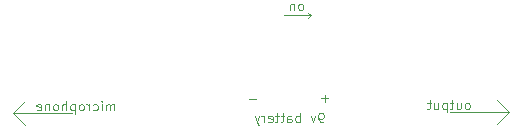
<source format=gbr>
%TF.GenerationSoftware,KiCad,Pcbnew,(6.0.0)*%
%TF.CreationDate,2022-02-18T01:59:25+09:00*%
%TF.ProjectId,mic pre,6d696320-7072-4652-9e6b-696361645f70,rev?*%
%TF.SameCoordinates,Original*%
%TF.FileFunction,Legend,Bot*%
%TF.FilePolarity,Positive*%
%FSLAX46Y46*%
G04 Gerber Fmt 4.6, Leading zero omitted, Abs format (unit mm)*
G04 Created by KiCad (PCBNEW (6.0.0)) date 2022-02-18 01:59:25*
%MOMM*%
%LPD*%
G01*
G04 APERTURE LIST*
%ADD10C,0.100000*%
G04 APERTURE END LIST*
D10*
X155200000Y-94700000D02*
X155000000Y-94500000D01*
X171000000Y-103900000D02*
X172000000Y-102900000D01*
X152900000Y-94700000D02*
X155200000Y-94700000D01*
X155000000Y-94900000D02*
X155200000Y-94700000D01*
X171000000Y-101900000D02*
X172000000Y-102900000D01*
X131000000Y-102000000D02*
X130000000Y-103000000D01*
X130000000Y-103000000D02*
X135000000Y-103000000D01*
X131000000Y-104000000D02*
X130000000Y-103000000D01*
X172000000Y-102900000D02*
X167000000Y-102900000D01*
X154419047Y-94261904D02*
X154495238Y-94223809D01*
X154533333Y-94185714D01*
X154571428Y-94109523D01*
X154571428Y-93880952D01*
X154533333Y-93804761D01*
X154495238Y-93766666D01*
X154419047Y-93728571D01*
X154304761Y-93728571D01*
X154228571Y-93766666D01*
X154190476Y-93804761D01*
X154152380Y-93880952D01*
X154152380Y-94109523D01*
X154190476Y-94185714D01*
X154228571Y-94223809D01*
X154304761Y-94261904D01*
X154419047Y-94261904D01*
X153809523Y-93728571D02*
X153809523Y-94261904D01*
X153809523Y-93804761D02*
X153771428Y-93766666D01*
X153695238Y-93728571D01*
X153580952Y-93728571D01*
X153504761Y-93766666D01*
X153466666Y-93842857D01*
X153466666Y-94261904D01*
X156238095Y-103761904D02*
X156085714Y-103761904D01*
X156009523Y-103723809D01*
X155971428Y-103685714D01*
X155895238Y-103571428D01*
X155857142Y-103419047D01*
X155857142Y-103114285D01*
X155895238Y-103038095D01*
X155933333Y-103000000D01*
X156009523Y-102961904D01*
X156161904Y-102961904D01*
X156238095Y-103000000D01*
X156276190Y-103038095D01*
X156314285Y-103114285D01*
X156314285Y-103304761D01*
X156276190Y-103380952D01*
X156238095Y-103419047D01*
X156161904Y-103457142D01*
X156009523Y-103457142D01*
X155933333Y-103419047D01*
X155895238Y-103380952D01*
X155857142Y-103304761D01*
X155590476Y-103228571D02*
X155400000Y-103761904D01*
X155209523Y-103228571D01*
X154295238Y-103761904D02*
X154295238Y-102961904D01*
X154295238Y-103266666D02*
X154219047Y-103228571D01*
X154066666Y-103228571D01*
X153990476Y-103266666D01*
X153952380Y-103304761D01*
X153914285Y-103380952D01*
X153914285Y-103609523D01*
X153952380Y-103685714D01*
X153990476Y-103723809D01*
X154066666Y-103761904D01*
X154219047Y-103761904D01*
X154295238Y-103723809D01*
X153228571Y-103761904D02*
X153228571Y-103342857D01*
X153266666Y-103266666D01*
X153342857Y-103228571D01*
X153495238Y-103228571D01*
X153571428Y-103266666D01*
X153228571Y-103723809D02*
X153304761Y-103761904D01*
X153495238Y-103761904D01*
X153571428Y-103723809D01*
X153609523Y-103647619D01*
X153609523Y-103571428D01*
X153571428Y-103495238D01*
X153495238Y-103457142D01*
X153304761Y-103457142D01*
X153228571Y-103419047D01*
X152961904Y-103228571D02*
X152657142Y-103228571D01*
X152847619Y-102961904D02*
X152847619Y-103647619D01*
X152809523Y-103723809D01*
X152733333Y-103761904D01*
X152657142Y-103761904D01*
X152504761Y-103228571D02*
X152200000Y-103228571D01*
X152390476Y-102961904D02*
X152390476Y-103647619D01*
X152352380Y-103723809D01*
X152276190Y-103761904D01*
X152200000Y-103761904D01*
X151628571Y-103723809D02*
X151704761Y-103761904D01*
X151857142Y-103761904D01*
X151933333Y-103723809D01*
X151971428Y-103647619D01*
X151971428Y-103342857D01*
X151933333Y-103266666D01*
X151857142Y-103228571D01*
X151704761Y-103228571D01*
X151628571Y-103266666D01*
X151590476Y-103342857D01*
X151590476Y-103419047D01*
X151971428Y-103495238D01*
X151247619Y-103761904D02*
X151247619Y-103228571D01*
X151247619Y-103380952D02*
X151209523Y-103304761D01*
X151171428Y-103266666D01*
X151095238Y-103228571D01*
X151019047Y-103228571D01*
X150828571Y-103228571D02*
X150638095Y-103761904D01*
X150447619Y-103228571D02*
X150638095Y-103761904D01*
X150714285Y-103952380D01*
X150752380Y-103990476D01*
X150828571Y-104028571D01*
X156095238Y-101742857D02*
X156704761Y-101742857D01*
X156400000Y-101438095D02*
X156400000Y-102047619D01*
X168500000Y-102661904D02*
X168576190Y-102623809D01*
X168614285Y-102585714D01*
X168652380Y-102509523D01*
X168652380Y-102280952D01*
X168614285Y-102204761D01*
X168576190Y-102166666D01*
X168500000Y-102128571D01*
X168385714Y-102128571D01*
X168309523Y-102166666D01*
X168271428Y-102204761D01*
X168233333Y-102280952D01*
X168233333Y-102509523D01*
X168271428Y-102585714D01*
X168309523Y-102623809D01*
X168385714Y-102661904D01*
X168500000Y-102661904D01*
X167547619Y-102128571D02*
X167547619Y-102661904D01*
X167890476Y-102128571D02*
X167890476Y-102547619D01*
X167852380Y-102623809D01*
X167776190Y-102661904D01*
X167661904Y-102661904D01*
X167585714Y-102623809D01*
X167547619Y-102585714D01*
X167280952Y-102128571D02*
X166976190Y-102128571D01*
X167166666Y-101861904D02*
X167166666Y-102547619D01*
X167128571Y-102623809D01*
X167052380Y-102661904D01*
X166976190Y-102661904D01*
X166709523Y-102128571D02*
X166709523Y-102928571D01*
X166709523Y-102166666D02*
X166633333Y-102128571D01*
X166480952Y-102128571D01*
X166404761Y-102166666D01*
X166366666Y-102204761D01*
X166328571Y-102280952D01*
X166328571Y-102509523D01*
X166366666Y-102585714D01*
X166404761Y-102623809D01*
X166480952Y-102661904D01*
X166633333Y-102661904D01*
X166709523Y-102623809D01*
X165642857Y-102128571D02*
X165642857Y-102661904D01*
X165985714Y-102128571D02*
X165985714Y-102547619D01*
X165947619Y-102623809D01*
X165871428Y-102661904D01*
X165757142Y-102661904D01*
X165680952Y-102623809D01*
X165642857Y-102585714D01*
X165376190Y-102128571D02*
X165071428Y-102128571D01*
X165261904Y-101861904D02*
X165261904Y-102547619D01*
X165223809Y-102623809D01*
X165147619Y-102661904D01*
X165071428Y-102661904D01*
X150604761Y-101757142D02*
X149995238Y-101757142D01*
X138576190Y-102761904D02*
X138576190Y-102228571D01*
X138576190Y-102304761D02*
X138538095Y-102266666D01*
X138461904Y-102228571D01*
X138347619Y-102228571D01*
X138271428Y-102266666D01*
X138233333Y-102342857D01*
X138233333Y-102761904D01*
X138233333Y-102342857D02*
X138195238Y-102266666D01*
X138119047Y-102228571D01*
X138004761Y-102228571D01*
X137928571Y-102266666D01*
X137890476Y-102342857D01*
X137890476Y-102761904D01*
X137509523Y-102761904D02*
X137509523Y-102228571D01*
X137509523Y-101961904D02*
X137547619Y-102000000D01*
X137509523Y-102038095D01*
X137471428Y-102000000D01*
X137509523Y-101961904D01*
X137509523Y-102038095D01*
X136785714Y-102723809D02*
X136861904Y-102761904D01*
X137014285Y-102761904D01*
X137090476Y-102723809D01*
X137128571Y-102685714D01*
X137166666Y-102609523D01*
X137166666Y-102380952D01*
X137128571Y-102304761D01*
X137090476Y-102266666D01*
X137014285Y-102228571D01*
X136861904Y-102228571D01*
X136785714Y-102266666D01*
X136442857Y-102761904D02*
X136442857Y-102228571D01*
X136442857Y-102380952D02*
X136404761Y-102304761D01*
X136366666Y-102266666D01*
X136290476Y-102228571D01*
X136214285Y-102228571D01*
X135833333Y-102761904D02*
X135909523Y-102723809D01*
X135947619Y-102685714D01*
X135985714Y-102609523D01*
X135985714Y-102380952D01*
X135947619Y-102304761D01*
X135909523Y-102266666D01*
X135833333Y-102228571D01*
X135719047Y-102228571D01*
X135642857Y-102266666D01*
X135604761Y-102304761D01*
X135566666Y-102380952D01*
X135566666Y-102609523D01*
X135604761Y-102685714D01*
X135642857Y-102723809D01*
X135719047Y-102761904D01*
X135833333Y-102761904D01*
X135223809Y-102228571D02*
X135223809Y-103028571D01*
X135223809Y-102266666D02*
X135147619Y-102228571D01*
X134995238Y-102228571D01*
X134919047Y-102266666D01*
X134880952Y-102304761D01*
X134842857Y-102380952D01*
X134842857Y-102609523D01*
X134880952Y-102685714D01*
X134919047Y-102723809D01*
X134995238Y-102761904D01*
X135147619Y-102761904D01*
X135223809Y-102723809D01*
X134500000Y-102761904D02*
X134500000Y-101961904D01*
X134157142Y-102761904D02*
X134157142Y-102342857D01*
X134195238Y-102266666D01*
X134271428Y-102228571D01*
X134385714Y-102228571D01*
X134461904Y-102266666D01*
X134500000Y-102304761D01*
X133661904Y-102761904D02*
X133738095Y-102723809D01*
X133776190Y-102685714D01*
X133814285Y-102609523D01*
X133814285Y-102380952D01*
X133776190Y-102304761D01*
X133738095Y-102266666D01*
X133661904Y-102228571D01*
X133547619Y-102228571D01*
X133471428Y-102266666D01*
X133433333Y-102304761D01*
X133395238Y-102380952D01*
X133395238Y-102609523D01*
X133433333Y-102685714D01*
X133471428Y-102723809D01*
X133547619Y-102761904D01*
X133661904Y-102761904D01*
X133052380Y-102228571D02*
X133052380Y-102761904D01*
X133052380Y-102304761D02*
X133014285Y-102266666D01*
X132938095Y-102228571D01*
X132823809Y-102228571D01*
X132747619Y-102266666D01*
X132709523Y-102342857D01*
X132709523Y-102761904D01*
X132023809Y-102723809D02*
X132100000Y-102761904D01*
X132252380Y-102761904D01*
X132328571Y-102723809D01*
X132366666Y-102647619D01*
X132366666Y-102342857D01*
X132328571Y-102266666D01*
X132252380Y-102228571D01*
X132100000Y-102228571D01*
X132023809Y-102266666D01*
X131985714Y-102342857D01*
X131985714Y-102419047D01*
X132366666Y-102495238D01*
M02*

</source>
